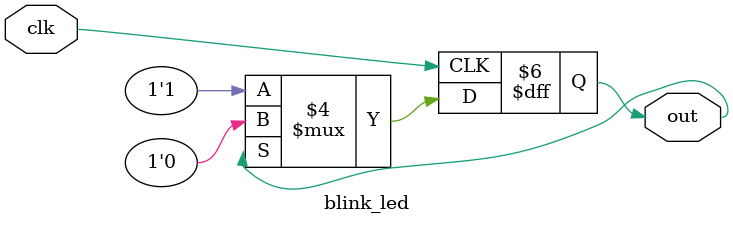
<source format=v>
/*
	Laboratorio 1: Encender y apagar LED
	Equipo 3 FPGA
*/

module blink_led(clk, out);
	output reg  out;
	input clk;
	
	
	always @(posedge clk)
		begin
			if (out == 0)
				out = 1;
			else
				out = 0;
		end
endmodule
				
			
	

</source>
